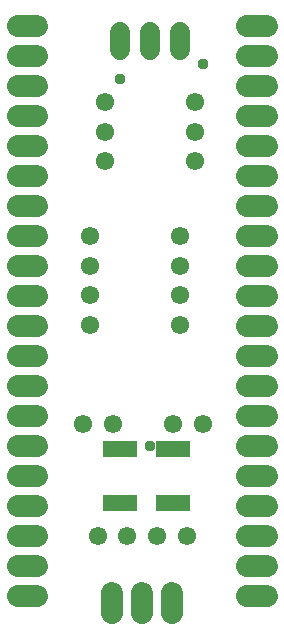
<source format=gbr>
G04 EAGLE Gerber RS-274X export*
G75*
%MOMM*%
%FSLAX34Y34*%
%LPD*%
%INSoldermask Bottom*%
%IPPOS*%
%AMOC8*
5,1,8,0,0,1.08239X$1,22.5*%
G01*
G04 Define Apertures*
%ADD10C,1.853200*%
%ADD11C,1.727200*%
%ADD12C,1.551200*%
%ADD13R,2.873400X1.434400*%
%ADD14C,0.959600*%
D10*
X259710Y800100D02*
X243210Y800100D01*
X243210Y774700D02*
X259710Y774700D01*
X259710Y749300D02*
X243210Y749300D01*
X243210Y723900D02*
X259710Y723900D01*
X259710Y698500D02*
X243210Y698500D01*
X243210Y673100D02*
X259710Y673100D01*
X259710Y647700D02*
X243210Y647700D01*
X243210Y622300D02*
X259710Y622300D01*
X259710Y596900D02*
X243210Y596900D01*
X243210Y571500D02*
X259710Y571500D01*
X259710Y546100D02*
X243210Y546100D01*
X243210Y520700D02*
X259710Y520700D01*
X259710Y495300D02*
X243210Y495300D01*
X243210Y469900D02*
X259710Y469900D01*
X259710Y444500D02*
X243210Y444500D01*
X243210Y419100D02*
X259710Y419100D01*
X259710Y393700D02*
X243210Y393700D01*
X243210Y368300D02*
X259710Y368300D01*
X259710Y342900D02*
X243210Y342900D01*
X243210Y317500D02*
X259710Y317500D01*
X437510Y317500D02*
X454010Y317500D01*
X454010Y342900D02*
X437510Y342900D01*
X437510Y368300D02*
X454010Y368300D01*
X454010Y393700D02*
X437510Y393700D01*
X437510Y419100D02*
X454010Y419100D01*
X454010Y444500D02*
X437510Y444500D01*
X437510Y469900D02*
X454010Y469900D01*
X454010Y495300D02*
X437510Y495300D01*
X437510Y520700D02*
X454010Y520700D01*
X454010Y546100D02*
X437510Y546100D01*
X437510Y571500D02*
X454010Y571500D01*
X454010Y596900D02*
X437510Y596900D01*
X437510Y622300D02*
X454010Y622300D01*
X454010Y647700D02*
X437510Y647700D01*
X437510Y673100D02*
X454010Y673100D01*
X454010Y698500D02*
X437510Y698500D01*
X437510Y723900D02*
X454010Y723900D01*
X454010Y749300D02*
X437510Y749300D01*
X437510Y774700D02*
X454010Y774700D01*
X454010Y800100D02*
X437510Y800100D01*
X323210Y319800D02*
X323210Y303300D01*
X348610Y303300D02*
X348610Y319800D01*
X374010Y319800D02*
X374010Y303300D01*
D11*
X330200Y779780D02*
X330200Y795020D01*
X355600Y795020D02*
X355600Y779780D01*
X381000Y779780D02*
X381000Y795020D01*
D12*
X393700Y685800D03*
X393700Y710800D03*
X393700Y735800D03*
X317500Y685800D03*
X317500Y710800D03*
X317500Y735800D03*
X381000Y622300D03*
X381000Y597300D03*
X381000Y572300D03*
X381000Y547300D03*
X304800Y622300D03*
X304800Y597300D03*
X304800Y572300D03*
X304800Y547300D03*
X323850Y463550D03*
X298850Y463550D03*
X400050Y463550D03*
X375050Y463550D03*
X311150Y368300D03*
X336150Y368300D03*
X361150Y368300D03*
X386150Y368300D03*
D13*
X330200Y395905D03*
X330200Y442295D03*
X374650Y395905D03*
X374650Y442295D03*
D14*
X330200Y755650D03*
X400050Y768350D03*
X355600Y444500D03*
M02*

</source>
